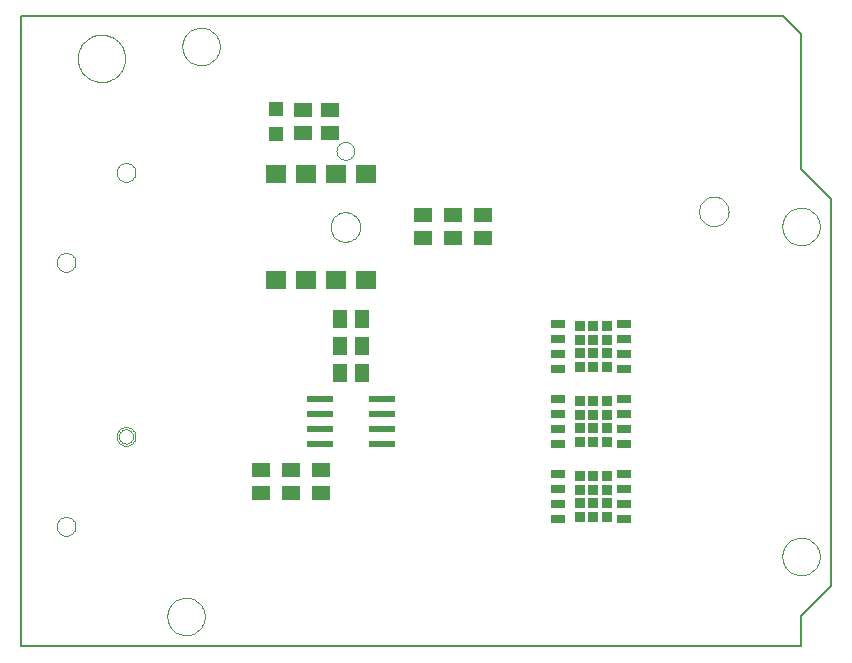
<source format=gtp>
G75*
G70*
%OFA0B0*%
%FSLAX24Y24*%
%IPPOS*%
%LPD*%
%AMOC8*
5,1,8,0,0,1.08239X$1,22.5*
%
%ADD10C,0.0000*%
%ADD11R,0.0512X0.0295*%
%ADD12R,0.0350X0.0350*%
%ADD13R,0.0870X0.0240*%
%ADD14R,0.0700X0.0600*%
%ADD15R,0.0512X0.0630*%
%ADD16R,0.0512X0.0591*%
%ADD17R,0.0630X0.0512*%
%ADD18C,0.0050*%
%ADD19R,0.0591X0.0512*%
%ADD20R,0.0472X0.0472*%
D10*
X002370Y004500D02*
X002372Y004535D01*
X002378Y004570D01*
X002388Y004604D01*
X002401Y004637D01*
X002418Y004668D01*
X002439Y004696D01*
X002462Y004723D01*
X002489Y004746D01*
X002517Y004767D01*
X002548Y004784D01*
X002581Y004797D01*
X002615Y004807D01*
X002650Y004813D01*
X002685Y004815D01*
X002720Y004813D01*
X002755Y004807D01*
X002789Y004797D01*
X002822Y004784D01*
X002853Y004767D01*
X002881Y004746D01*
X002908Y004723D01*
X002931Y004696D01*
X002952Y004668D01*
X002969Y004637D01*
X002982Y004604D01*
X002992Y004570D01*
X002998Y004535D01*
X003000Y004500D01*
X002998Y004465D01*
X002992Y004430D01*
X002982Y004396D01*
X002969Y004363D01*
X002952Y004332D01*
X002931Y004304D01*
X002908Y004277D01*
X002881Y004254D01*
X002853Y004233D01*
X002822Y004216D01*
X002789Y004203D01*
X002755Y004193D01*
X002720Y004187D01*
X002685Y004185D01*
X002650Y004187D01*
X002615Y004193D01*
X002581Y004203D01*
X002548Y004216D01*
X002517Y004233D01*
X002489Y004254D01*
X002462Y004277D01*
X002439Y004304D01*
X002418Y004332D01*
X002401Y004363D01*
X002388Y004396D01*
X002378Y004430D01*
X002372Y004465D01*
X002370Y004500D01*
X002372Y004535D01*
X002378Y004570D01*
X002388Y004604D01*
X002401Y004637D01*
X002418Y004668D01*
X002439Y004696D01*
X002462Y004723D01*
X002489Y004746D01*
X002517Y004767D01*
X002548Y004784D01*
X002581Y004797D01*
X002615Y004807D01*
X002650Y004813D01*
X002685Y004815D01*
X002720Y004813D01*
X002755Y004807D01*
X002789Y004797D01*
X002822Y004784D01*
X002853Y004767D01*
X002881Y004746D01*
X002908Y004723D01*
X002931Y004696D01*
X002952Y004668D01*
X002969Y004637D01*
X002982Y004604D01*
X002992Y004570D01*
X002998Y004535D01*
X003000Y004500D01*
X002998Y004465D01*
X002992Y004430D01*
X002982Y004396D01*
X002969Y004363D01*
X002952Y004332D01*
X002931Y004304D01*
X002908Y004277D01*
X002881Y004254D01*
X002853Y004233D01*
X002822Y004216D01*
X002789Y004203D01*
X002755Y004193D01*
X002720Y004187D01*
X002685Y004185D01*
X002650Y004187D01*
X002615Y004193D01*
X002581Y004203D01*
X002548Y004216D01*
X002517Y004233D01*
X002489Y004254D01*
X002462Y004277D01*
X002439Y004304D01*
X002418Y004332D01*
X002401Y004363D01*
X002388Y004396D01*
X002378Y004430D01*
X002372Y004465D01*
X002370Y004500D01*
X004370Y007500D02*
X004372Y007535D01*
X004378Y007570D01*
X004388Y007604D01*
X004401Y007637D01*
X004418Y007668D01*
X004439Y007696D01*
X004462Y007723D01*
X004489Y007746D01*
X004517Y007767D01*
X004548Y007784D01*
X004581Y007797D01*
X004615Y007807D01*
X004650Y007813D01*
X004685Y007815D01*
X004720Y007813D01*
X004755Y007807D01*
X004789Y007797D01*
X004822Y007784D01*
X004853Y007767D01*
X004881Y007746D01*
X004908Y007723D01*
X004931Y007696D01*
X004952Y007668D01*
X004969Y007637D01*
X004982Y007604D01*
X004992Y007570D01*
X004998Y007535D01*
X005000Y007500D01*
X004998Y007465D01*
X004992Y007430D01*
X004982Y007396D01*
X004969Y007363D01*
X004952Y007332D01*
X004931Y007304D01*
X004908Y007277D01*
X004881Y007254D01*
X004853Y007233D01*
X004822Y007216D01*
X004789Y007203D01*
X004755Y007193D01*
X004720Y007187D01*
X004685Y007185D01*
X004650Y007187D01*
X004615Y007193D01*
X004581Y007203D01*
X004548Y007216D01*
X004517Y007233D01*
X004489Y007254D01*
X004462Y007277D01*
X004439Y007304D01*
X004418Y007332D01*
X004401Y007363D01*
X004388Y007396D01*
X004378Y007430D01*
X004372Y007465D01*
X004370Y007500D01*
X004449Y007500D02*
X004451Y007530D01*
X004457Y007560D01*
X004466Y007589D01*
X004479Y007616D01*
X004496Y007641D01*
X004515Y007664D01*
X004538Y007685D01*
X004563Y007702D01*
X004589Y007716D01*
X004618Y007726D01*
X004647Y007733D01*
X004677Y007736D01*
X004708Y007735D01*
X004738Y007730D01*
X004767Y007721D01*
X004794Y007709D01*
X004820Y007694D01*
X004844Y007675D01*
X004865Y007653D01*
X004883Y007629D01*
X004898Y007602D01*
X004909Y007574D01*
X004917Y007545D01*
X004921Y007515D01*
X004921Y007485D01*
X004917Y007455D01*
X004909Y007426D01*
X004898Y007398D01*
X004883Y007371D01*
X004865Y007347D01*
X004844Y007325D01*
X004820Y007306D01*
X004794Y007291D01*
X004767Y007279D01*
X004738Y007270D01*
X004708Y007265D01*
X004677Y007264D01*
X004647Y007267D01*
X004618Y007274D01*
X004589Y007284D01*
X004563Y007298D01*
X004538Y007315D01*
X004515Y007336D01*
X004496Y007359D01*
X004479Y007384D01*
X004466Y007411D01*
X004457Y007440D01*
X004451Y007470D01*
X004449Y007500D01*
X002370Y013300D02*
X002372Y013335D01*
X002378Y013370D01*
X002388Y013404D01*
X002401Y013437D01*
X002418Y013468D01*
X002439Y013496D01*
X002462Y013523D01*
X002489Y013546D01*
X002517Y013567D01*
X002548Y013584D01*
X002581Y013597D01*
X002615Y013607D01*
X002650Y013613D01*
X002685Y013615D01*
X002720Y013613D01*
X002755Y013607D01*
X002789Y013597D01*
X002822Y013584D01*
X002853Y013567D01*
X002881Y013546D01*
X002908Y013523D01*
X002931Y013496D01*
X002952Y013468D01*
X002969Y013437D01*
X002982Y013404D01*
X002992Y013370D01*
X002998Y013335D01*
X003000Y013300D01*
X002998Y013265D01*
X002992Y013230D01*
X002982Y013196D01*
X002969Y013163D01*
X002952Y013132D01*
X002931Y013104D01*
X002908Y013077D01*
X002881Y013054D01*
X002853Y013033D01*
X002822Y013016D01*
X002789Y013003D01*
X002755Y012993D01*
X002720Y012987D01*
X002685Y012985D01*
X002650Y012987D01*
X002615Y012993D01*
X002581Y013003D01*
X002548Y013016D01*
X002517Y013033D01*
X002489Y013054D01*
X002462Y013077D01*
X002439Y013104D01*
X002418Y013132D01*
X002401Y013163D01*
X002388Y013196D01*
X002378Y013230D01*
X002372Y013265D01*
X002370Y013300D01*
X002372Y013335D01*
X002378Y013370D01*
X002388Y013404D01*
X002401Y013437D01*
X002418Y013468D01*
X002439Y013496D01*
X002462Y013523D01*
X002489Y013546D01*
X002517Y013567D01*
X002548Y013584D01*
X002581Y013597D01*
X002615Y013607D01*
X002650Y013613D01*
X002685Y013615D01*
X002720Y013613D01*
X002755Y013607D01*
X002789Y013597D01*
X002822Y013584D01*
X002853Y013567D01*
X002881Y013546D01*
X002908Y013523D01*
X002931Y013496D01*
X002952Y013468D01*
X002969Y013437D01*
X002982Y013404D01*
X002992Y013370D01*
X002998Y013335D01*
X003000Y013300D01*
X002998Y013265D01*
X002992Y013230D01*
X002982Y013196D01*
X002969Y013163D01*
X002952Y013132D01*
X002931Y013104D01*
X002908Y013077D01*
X002881Y013054D01*
X002853Y013033D01*
X002822Y013016D01*
X002789Y013003D01*
X002755Y012993D01*
X002720Y012987D01*
X002685Y012985D01*
X002650Y012987D01*
X002615Y012993D01*
X002581Y013003D01*
X002548Y013016D01*
X002517Y013033D01*
X002489Y013054D01*
X002462Y013077D01*
X002439Y013104D01*
X002418Y013132D01*
X002401Y013163D01*
X002388Y013196D01*
X002378Y013230D01*
X002372Y013265D01*
X002370Y013300D01*
X004370Y016300D02*
X004372Y016335D01*
X004378Y016370D01*
X004388Y016404D01*
X004401Y016437D01*
X004418Y016468D01*
X004439Y016496D01*
X004462Y016523D01*
X004489Y016546D01*
X004517Y016567D01*
X004548Y016584D01*
X004581Y016597D01*
X004615Y016607D01*
X004650Y016613D01*
X004685Y016615D01*
X004720Y016613D01*
X004755Y016607D01*
X004789Y016597D01*
X004822Y016584D01*
X004853Y016567D01*
X004881Y016546D01*
X004908Y016523D01*
X004931Y016496D01*
X004952Y016468D01*
X004969Y016437D01*
X004982Y016404D01*
X004992Y016370D01*
X004998Y016335D01*
X005000Y016300D01*
X004998Y016265D01*
X004992Y016230D01*
X004982Y016196D01*
X004969Y016163D01*
X004952Y016132D01*
X004931Y016104D01*
X004908Y016077D01*
X004881Y016054D01*
X004853Y016033D01*
X004822Y016016D01*
X004789Y016003D01*
X004755Y015993D01*
X004720Y015987D01*
X004685Y015985D01*
X004650Y015987D01*
X004615Y015993D01*
X004581Y016003D01*
X004548Y016016D01*
X004517Y016033D01*
X004489Y016054D01*
X004462Y016077D01*
X004439Y016104D01*
X004418Y016132D01*
X004401Y016163D01*
X004388Y016196D01*
X004378Y016230D01*
X004372Y016265D01*
X004370Y016300D01*
X004372Y016335D01*
X004378Y016370D01*
X004388Y016404D01*
X004401Y016437D01*
X004418Y016468D01*
X004439Y016496D01*
X004462Y016523D01*
X004489Y016546D01*
X004517Y016567D01*
X004548Y016584D01*
X004581Y016597D01*
X004615Y016607D01*
X004650Y016613D01*
X004685Y016615D01*
X004720Y016613D01*
X004755Y016607D01*
X004789Y016597D01*
X004822Y016584D01*
X004853Y016567D01*
X004881Y016546D01*
X004908Y016523D01*
X004931Y016496D01*
X004952Y016468D01*
X004969Y016437D01*
X004982Y016404D01*
X004992Y016370D01*
X004998Y016335D01*
X005000Y016300D01*
X004998Y016265D01*
X004992Y016230D01*
X004982Y016196D01*
X004969Y016163D01*
X004952Y016132D01*
X004931Y016104D01*
X004908Y016077D01*
X004881Y016054D01*
X004853Y016033D01*
X004822Y016016D01*
X004789Y016003D01*
X004755Y015993D01*
X004720Y015987D01*
X004685Y015985D01*
X004650Y015987D01*
X004615Y015993D01*
X004581Y016003D01*
X004548Y016016D01*
X004517Y016033D01*
X004489Y016054D01*
X004462Y016077D01*
X004439Y016104D01*
X004418Y016132D01*
X004401Y016163D01*
X004388Y016196D01*
X004378Y016230D01*
X004372Y016265D01*
X004370Y016300D01*
X003075Y020102D02*
X003077Y020158D01*
X003083Y020213D01*
X003093Y020267D01*
X003106Y020321D01*
X003124Y020374D01*
X003145Y020425D01*
X003169Y020475D01*
X003197Y020523D01*
X003229Y020569D01*
X003263Y020613D01*
X003301Y020654D01*
X003341Y020692D01*
X003384Y020727D01*
X003429Y020759D01*
X003477Y020788D01*
X003526Y020814D01*
X003577Y020836D01*
X003629Y020854D01*
X003683Y020868D01*
X003738Y020879D01*
X003793Y020886D01*
X003848Y020889D01*
X003904Y020888D01*
X003959Y020883D01*
X004014Y020874D01*
X004068Y020862D01*
X004121Y020845D01*
X004173Y020825D01*
X004223Y020801D01*
X004271Y020774D01*
X004318Y020744D01*
X004362Y020710D01*
X004404Y020673D01*
X004442Y020633D01*
X004479Y020591D01*
X004512Y020546D01*
X004541Y020500D01*
X004568Y020451D01*
X004590Y020400D01*
X004610Y020348D01*
X004625Y020294D01*
X004637Y020240D01*
X004645Y020185D01*
X004649Y020130D01*
X004649Y020074D01*
X004645Y020019D01*
X004637Y019964D01*
X004625Y019910D01*
X004610Y019856D01*
X004590Y019804D01*
X004568Y019753D01*
X004541Y019704D01*
X004512Y019658D01*
X004479Y019613D01*
X004442Y019571D01*
X004404Y019531D01*
X004362Y019494D01*
X004318Y019460D01*
X004271Y019430D01*
X004223Y019403D01*
X004173Y019379D01*
X004121Y019359D01*
X004068Y019342D01*
X004014Y019330D01*
X003959Y019321D01*
X003904Y019316D01*
X003848Y019315D01*
X003793Y019318D01*
X003738Y019325D01*
X003683Y019336D01*
X003629Y019350D01*
X003577Y019368D01*
X003526Y019390D01*
X003477Y019416D01*
X003429Y019445D01*
X003384Y019477D01*
X003341Y019512D01*
X003301Y019550D01*
X003263Y019591D01*
X003229Y019635D01*
X003197Y019681D01*
X003169Y019729D01*
X003145Y019779D01*
X003124Y019830D01*
X003106Y019883D01*
X003093Y019937D01*
X003083Y019991D01*
X003077Y020046D01*
X003075Y020102D01*
X006560Y020500D02*
X006562Y020550D01*
X006568Y020599D01*
X006578Y020648D01*
X006591Y020695D01*
X006609Y020742D01*
X006630Y020787D01*
X006654Y020830D01*
X006682Y020871D01*
X006713Y020910D01*
X006747Y020946D01*
X006784Y020980D01*
X006824Y021010D01*
X006865Y021037D01*
X006909Y021061D01*
X006954Y021081D01*
X007001Y021097D01*
X007049Y021110D01*
X007098Y021119D01*
X007148Y021124D01*
X007197Y021125D01*
X007247Y021122D01*
X007296Y021115D01*
X007345Y021104D01*
X007392Y021090D01*
X007438Y021071D01*
X007483Y021049D01*
X007526Y021024D01*
X007566Y020995D01*
X007604Y020963D01*
X007640Y020929D01*
X007673Y020891D01*
X007702Y020851D01*
X007728Y020809D01*
X007751Y020765D01*
X007770Y020719D01*
X007786Y020672D01*
X007798Y020623D01*
X007806Y020574D01*
X007810Y020525D01*
X007810Y020475D01*
X007806Y020426D01*
X007798Y020377D01*
X007786Y020328D01*
X007770Y020281D01*
X007751Y020235D01*
X007728Y020191D01*
X007702Y020149D01*
X007673Y020109D01*
X007640Y020071D01*
X007604Y020037D01*
X007566Y020005D01*
X007526Y019976D01*
X007483Y019951D01*
X007438Y019929D01*
X007392Y019910D01*
X007345Y019896D01*
X007296Y019885D01*
X007247Y019878D01*
X007197Y019875D01*
X007148Y019876D01*
X007098Y019881D01*
X007049Y019890D01*
X007001Y019903D01*
X006954Y019919D01*
X006909Y019939D01*
X006865Y019963D01*
X006824Y019990D01*
X006784Y020020D01*
X006747Y020054D01*
X006713Y020090D01*
X006682Y020129D01*
X006654Y020170D01*
X006630Y020213D01*
X006609Y020258D01*
X006591Y020305D01*
X006578Y020352D01*
X006568Y020401D01*
X006562Y020450D01*
X006560Y020500D01*
X011700Y017020D02*
X011702Y017054D01*
X011708Y017088D01*
X011718Y017121D01*
X011731Y017152D01*
X011749Y017182D01*
X011769Y017210D01*
X011793Y017235D01*
X011819Y017257D01*
X011847Y017275D01*
X011878Y017291D01*
X011910Y017303D01*
X011944Y017311D01*
X011978Y017315D01*
X012012Y017315D01*
X012046Y017311D01*
X012080Y017303D01*
X012112Y017291D01*
X012142Y017275D01*
X012171Y017257D01*
X012197Y017235D01*
X012221Y017210D01*
X012241Y017182D01*
X012259Y017152D01*
X012272Y017121D01*
X012282Y017088D01*
X012288Y017054D01*
X012290Y017020D01*
X012288Y016986D01*
X012282Y016952D01*
X012272Y016919D01*
X012259Y016888D01*
X012241Y016858D01*
X012221Y016830D01*
X012197Y016805D01*
X012171Y016783D01*
X012143Y016765D01*
X012112Y016749D01*
X012080Y016737D01*
X012046Y016729D01*
X012012Y016725D01*
X011978Y016725D01*
X011944Y016729D01*
X011910Y016737D01*
X011878Y016749D01*
X011847Y016765D01*
X011819Y016783D01*
X011793Y016805D01*
X011769Y016830D01*
X011749Y016858D01*
X011731Y016888D01*
X011718Y016919D01*
X011708Y016952D01*
X011702Y016986D01*
X011700Y017020D01*
X011503Y014480D02*
X011505Y014524D01*
X011511Y014568D01*
X011521Y014611D01*
X011534Y014653D01*
X011552Y014693D01*
X011573Y014732D01*
X011597Y014769D01*
X011624Y014804D01*
X011655Y014836D01*
X011688Y014865D01*
X011724Y014891D01*
X011762Y014913D01*
X011802Y014932D01*
X011843Y014948D01*
X011886Y014960D01*
X011929Y014968D01*
X011973Y014972D01*
X012017Y014972D01*
X012061Y014968D01*
X012104Y014960D01*
X012147Y014948D01*
X012188Y014932D01*
X012228Y014913D01*
X012266Y014891D01*
X012302Y014865D01*
X012335Y014836D01*
X012366Y014804D01*
X012393Y014769D01*
X012417Y014732D01*
X012438Y014693D01*
X012456Y014653D01*
X012469Y014611D01*
X012479Y014568D01*
X012485Y014524D01*
X012487Y014480D01*
X012485Y014436D01*
X012479Y014392D01*
X012469Y014349D01*
X012456Y014307D01*
X012438Y014267D01*
X012417Y014228D01*
X012393Y014191D01*
X012366Y014156D01*
X012335Y014124D01*
X012302Y014095D01*
X012266Y014069D01*
X012228Y014047D01*
X012188Y014028D01*
X012147Y014012D01*
X012104Y014000D01*
X012061Y013992D01*
X012017Y013988D01*
X011973Y013988D01*
X011929Y013992D01*
X011886Y014000D01*
X011843Y014012D01*
X011802Y014028D01*
X011762Y014047D01*
X011724Y014069D01*
X011688Y014095D01*
X011655Y014124D01*
X011624Y014156D01*
X011597Y014191D01*
X011573Y014228D01*
X011552Y014267D01*
X011534Y014307D01*
X011521Y014349D01*
X011511Y014392D01*
X011505Y014436D01*
X011503Y014480D01*
X023783Y015000D02*
X023785Y015044D01*
X023791Y015088D01*
X023801Y015131D01*
X023814Y015173D01*
X023832Y015213D01*
X023853Y015252D01*
X023877Y015289D01*
X023904Y015324D01*
X023935Y015356D01*
X023968Y015385D01*
X024004Y015411D01*
X024042Y015433D01*
X024082Y015452D01*
X024123Y015468D01*
X024166Y015480D01*
X024209Y015488D01*
X024253Y015492D01*
X024297Y015492D01*
X024341Y015488D01*
X024384Y015480D01*
X024427Y015468D01*
X024468Y015452D01*
X024508Y015433D01*
X024546Y015411D01*
X024582Y015385D01*
X024615Y015356D01*
X024646Y015324D01*
X024673Y015289D01*
X024697Y015252D01*
X024718Y015213D01*
X024736Y015173D01*
X024749Y015131D01*
X024759Y015088D01*
X024765Y015044D01*
X024767Y015000D01*
X024765Y014956D01*
X024759Y014912D01*
X024749Y014869D01*
X024736Y014827D01*
X024718Y014787D01*
X024697Y014748D01*
X024673Y014711D01*
X024646Y014676D01*
X024615Y014644D01*
X024582Y014615D01*
X024546Y014589D01*
X024508Y014567D01*
X024468Y014548D01*
X024427Y014532D01*
X024384Y014520D01*
X024341Y014512D01*
X024297Y014508D01*
X024253Y014508D01*
X024209Y014512D01*
X024166Y014520D01*
X024123Y014532D01*
X024082Y014548D01*
X024042Y014567D01*
X024004Y014589D01*
X023968Y014615D01*
X023935Y014644D01*
X023904Y014676D01*
X023877Y014711D01*
X023853Y014748D01*
X023832Y014787D01*
X023814Y014827D01*
X023801Y014869D01*
X023791Y014912D01*
X023785Y014956D01*
X023783Y015000D01*
X026560Y014500D02*
X026562Y014550D01*
X026568Y014599D01*
X026578Y014648D01*
X026591Y014695D01*
X026609Y014742D01*
X026630Y014787D01*
X026654Y014830D01*
X026682Y014871D01*
X026713Y014910D01*
X026747Y014946D01*
X026784Y014980D01*
X026824Y015010D01*
X026865Y015037D01*
X026909Y015061D01*
X026954Y015081D01*
X027001Y015097D01*
X027049Y015110D01*
X027098Y015119D01*
X027148Y015124D01*
X027197Y015125D01*
X027247Y015122D01*
X027296Y015115D01*
X027345Y015104D01*
X027392Y015090D01*
X027438Y015071D01*
X027483Y015049D01*
X027526Y015024D01*
X027566Y014995D01*
X027604Y014963D01*
X027640Y014929D01*
X027673Y014891D01*
X027702Y014851D01*
X027728Y014809D01*
X027751Y014765D01*
X027770Y014719D01*
X027786Y014672D01*
X027798Y014623D01*
X027806Y014574D01*
X027810Y014525D01*
X027810Y014475D01*
X027806Y014426D01*
X027798Y014377D01*
X027786Y014328D01*
X027770Y014281D01*
X027751Y014235D01*
X027728Y014191D01*
X027702Y014149D01*
X027673Y014109D01*
X027640Y014071D01*
X027604Y014037D01*
X027566Y014005D01*
X027526Y013976D01*
X027483Y013951D01*
X027438Y013929D01*
X027392Y013910D01*
X027345Y013896D01*
X027296Y013885D01*
X027247Y013878D01*
X027197Y013875D01*
X027148Y013876D01*
X027098Y013881D01*
X027049Y013890D01*
X027001Y013903D01*
X026954Y013919D01*
X026909Y013939D01*
X026865Y013963D01*
X026824Y013990D01*
X026784Y014020D01*
X026747Y014054D01*
X026713Y014090D01*
X026682Y014129D01*
X026654Y014170D01*
X026630Y014213D01*
X026609Y014258D01*
X026591Y014305D01*
X026578Y014352D01*
X026568Y014401D01*
X026562Y014450D01*
X026560Y014500D01*
X026560Y003500D02*
X026562Y003550D01*
X026568Y003599D01*
X026578Y003648D01*
X026591Y003695D01*
X026609Y003742D01*
X026630Y003787D01*
X026654Y003830D01*
X026682Y003871D01*
X026713Y003910D01*
X026747Y003946D01*
X026784Y003980D01*
X026824Y004010D01*
X026865Y004037D01*
X026909Y004061D01*
X026954Y004081D01*
X027001Y004097D01*
X027049Y004110D01*
X027098Y004119D01*
X027148Y004124D01*
X027197Y004125D01*
X027247Y004122D01*
X027296Y004115D01*
X027345Y004104D01*
X027392Y004090D01*
X027438Y004071D01*
X027483Y004049D01*
X027526Y004024D01*
X027566Y003995D01*
X027604Y003963D01*
X027640Y003929D01*
X027673Y003891D01*
X027702Y003851D01*
X027728Y003809D01*
X027751Y003765D01*
X027770Y003719D01*
X027786Y003672D01*
X027798Y003623D01*
X027806Y003574D01*
X027810Y003525D01*
X027810Y003475D01*
X027806Y003426D01*
X027798Y003377D01*
X027786Y003328D01*
X027770Y003281D01*
X027751Y003235D01*
X027728Y003191D01*
X027702Y003149D01*
X027673Y003109D01*
X027640Y003071D01*
X027604Y003037D01*
X027566Y003005D01*
X027526Y002976D01*
X027483Y002951D01*
X027438Y002929D01*
X027392Y002910D01*
X027345Y002896D01*
X027296Y002885D01*
X027247Y002878D01*
X027197Y002875D01*
X027148Y002876D01*
X027098Y002881D01*
X027049Y002890D01*
X027001Y002903D01*
X026954Y002919D01*
X026909Y002939D01*
X026865Y002963D01*
X026824Y002990D01*
X026784Y003020D01*
X026747Y003054D01*
X026713Y003090D01*
X026682Y003129D01*
X026654Y003170D01*
X026630Y003213D01*
X026609Y003258D01*
X026591Y003305D01*
X026578Y003352D01*
X026568Y003401D01*
X026562Y003450D01*
X026560Y003500D01*
X006060Y001500D02*
X006062Y001550D01*
X006068Y001599D01*
X006078Y001648D01*
X006091Y001695D01*
X006109Y001742D01*
X006130Y001787D01*
X006154Y001830D01*
X006182Y001871D01*
X006213Y001910D01*
X006247Y001946D01*
X006284Y001980D01*
X006324Y002010D01*
X006365Y002037D01*
X006409Y002061D01*
X006454Y002081D01*
X006501Y002097D01*
X006549Y002110D01*
X006598Y002119D01*
X006648Y002124D01*
X006697Y002125D01*
X006747Y002122D01*
X006796Y002115D01*
X006845Y002104D01*
X006892Y002090D01*
X006938Y002071D01*
X006983Y002049D01*
X007026Y002024D01*
X007066Y001995D01*
X007104Y001963D01*
X007140Y001929D01*
X007173Y001891D01*
X007202Y001851D01*
X007228Y001809D01*
X007251Y001765D01*
X007270Y001719D01*
X007286Y001672D01*
X007298Y001623D01*
X007306Y001574D01*
X007310Y001525D01*
X007310Y001475D01*
X007306Y001426D01*
X007298Y001377D01*
X007286Y001328D01*
X007270Y001281D01*
X007251Y001235D01*
X007228Y001191D01*
X007202Y001149D01*
X007173Y001109D01*
X007140Y001071D01*
X007104Y001037D01*
X007066Y001005D01*
X007026Y000976D01*
X006983Y000951D01*
X006938Y000929D01*
X006892Y000910D01*
X006845Y000896D01*
X006796Y000885D01*
X006747Y000878D01*
X006697Y000875D01*
X006648Y000876D01*
X006598Y000881D01*
X006549Y000890D01*
X006501Y000903D01*
X006454Y000919D01*
X006409Y000939D01*
X006365Y000963D01*
X006324Y000990D01*
X006284Y001020D01*
X006247Y001054D01*
X006213Y001090D01*
X006182Y001129D01*
X006154Y001170D01*
X006130Y001213D01*
X006109Y001258D01*
X006091Y001305D01*
X006078Y001352D01*
X006068Y001401D01*
X006062Y001450D01*
X006060Y001500D01*
D11*
X019073Y004750D03*
X019073Y005250D03*
X019073Y005750D03*
X019073Y006250D03*
X019073Y007250D03*
X019073Y007750D03*
X019073Y008250D03*
X019073Y008750D03*
X019073Y009750D03*
X019073Y010250D03*
X019073Y010750D03*
X019073Y011250D03*
X021297Y011250D03*
X021297Y010750D03*
X021297Y010250D03*
X021297Y009750D03*
X021297Y008750D03*
X021297Y008250D03*
X021297Y007750D03*
X021297Y007250D03*
X021297Y006250D03*
X021297Y005750D03*
X021297Y005250D03*
X021297Y004750D03*
D12*
X020710Y004825D03*
X020710Y005275D03*
X020710Y005725D03*
X020710Y006175D03*
X020260Y006175D03*
X020260Y005725D03*
X020260Y005275D03*
X020260Y004825D03*
X019810Y004825D03*
X019810Y005275D03*
X019810Y005725D03*
X019810Y006175D03*
X019810Y007325D03*
X019810Y007775D03*
X019810Y008225D03*
X020260Y008225D03*
X020260Y007775D03*
X020260Y007325D03*
X020710Y007325D03*
X020710Y007775D03*
X020710Y008225D03*
X020710Y008675D03*
X020260Y008675D03*
X019810Y008675D03*
X019810Y009825D03*
X019810Y010275D03*
X019810Y010725D03*
X019810Y011175D03*
X020260Y011175D03*
X020260Y010725D03*
X020260Y010275D03*
X020260Y009825D03*
X020710Y009825D03*
X020710Y010275D03*
X020710Y010725D03*
X020710Y011175D03*
D13*
X013215Y008750D03*
X013215Y008250D03*
X013215Y007750D03*
X013215Y007250D03*
X011155Y007250D03*
X011155Y007750D03*
X011155Y008250D03*
X011155Y008750D03*
D14*
X010685Y012700D03*
X009685Y012700D03*
X011685Y012700D03*
X012685Y012700D03*
X012685Y016250D03*
X011685Y016250D03*
X010685Y016250D03*
X009685Y016250D03*
D15*
X011811Y009600D03*
X012559Y009600D03*
D16*
X012559Y010500D03*
X011811Y010500D03*
X011811Y011400D03*
X012559Y011400D03*
D17*
X014585Y014126D03*
X014585Y014874D03*
X015585Y014874D03*
X015585Y014126D03*
X016585Y014126D03*
X016585Y014874D03*
X011485Y017626D03*
X011485Y018374D03*
X010585Y018374D03*
X010585Y017626D03*
X010185Y006374D03*
X009185Y006374D03*
X009185Y005626D03*
X010185Y005626D03*
D18*
X001185Y000500D02*
X001185Y021500D01*
X026585Y021500D01*
X027185Y020900D01*
X027185Y016400D01*
X028185Y015400D01*
X028185Y002500D01*
X027185Y001500D01*
X027185Y000500D01*
X001185Y000500D01*
D19*
X011185Y005626D03*
X011185Y006374D03*
D20*
X009685Y017587D03*
X009685Y018413D03*
M02*

</source>
